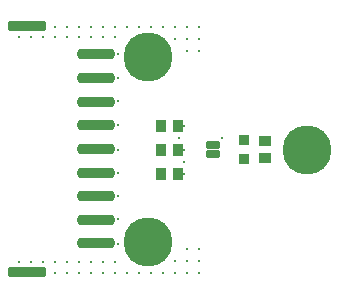
<source format=gbs>
G04 Layer_Color=16711935*
%FSLAX25Y25*%
%MOIN*%
G70*
G01*
G75*
%ADD26C,0.16348*%
%ADD27C,0.01200*%
G04:AMPARAMS|DCode=28|XSize=33.56mil|YSize=124.11mil|CornerRadius=4.38mil|HoleSize=0mil|Usage=FLASHONLY|Rotation=270.000|XOffset=0mil|YOffset=0mil|HoleType=Round|Shape=RoundedRectangle|*
%AMROUNDEDRECTD28*
21,1,0.03356,0.11535,0,0,270.0*
21,1,0.02480,0.12411,0,0,270.0*
1,1,0.00876,-0.05768,-0.01240*
1,1,0.00876,-0.05768,0.01240*
1,1,0.00876,0.05768,0.01240*
1,1,0.00876,0.05768,-0.01240*
%
%ADD28ROUNDEDRECTD28*%
G04:AMPARAMS|DCode=29|XSize=33.56mil|YSize=124.11mil|CornerRadius=9.89mil|HoleSize=0mil|Usage=FLASHONLY|Rotation=90.000|XOffset=0mil|YOffset=0mil|HoleType=Round|Shape=RoundedRectangle|*
%AMROUNDEDRECTD29*
21,1,0.03356,0.10433,0,0,90.0*
21,1,0.01378,0.12411,0,0,90.0*
1,1,0.01978,0.05216,0.00689*
1,1,0.01978,0.05216,-0.00689*
1,1,0.01978,-0.05216,-0.00689*
1,1,0.01978,-0.05216,0.00689*
%
%ADD29ROUNDEDRECTD29*%
G04:AMPARAMS|DCode=30|XSize=26mil|YSize=46mil|CornerRadius=5mil|HoleSize=0mil|Usage=FLASHONLY|Rotation=270.000|XOffset=0mil|YOffset=0mil|HoleType=Round|Shape=RoundedRectangle|*
%AMROUNDEDRECTD30*
21,1,0.02600,0.03600,0,0,270.0*
21,1,0.01600,0.04600,0,0,270.0*
1,1,0.01000,-0.01800,-0.00800*
1,1,0.01000,-0.01800,0.00800*
1,1,0.01000,0.01800,0.00800*
1,1,0.01000,0.01800,-0.00800*
%
%ADD30ROUNDEDRECTD30*%
%ADD31R,0.04143X0.03356*%
%ADD32R,0.03356X0.04143*%
%ADD33R,0.03750X0.03750*%
D26*
X408000Y255000D02*
D03*
X354750Y285744D02*
D03*
Y224256D02*
D03*
D27*
X367000Y251000D02*
D03*
X345000Y287000D02*
D03*
Y279000D02*
D03*
Y271200D02*
D03*
Y255000D02*
D03*
Y223500D02*
D03*
Y231700D02*
D03*
Y239500D02*
D03*
Y247200D02*
D03*
Y263200D02*
D03*
X365400Y258800D02*
D03*
X328000Y296000D02*
D03*
X332000D02*
D03*
X336000D02*
D03*
X340000D02*
D03*
X344000D02*
D03*
X348000D02*
D03*
X352000D02*
D03*
X356000D02*
D03*
X360000D02*
D03*
X364000D02*
D03*
X368000D02*
D03*
X324000D02*
D03*
Y214000D02*
D03*
X368000D02*
D03*
X364000D02*
D03*
X360000D02*
D03*
X356000D02*
D03*
X352000D02*
D03*
X348000D02*
D03*
X344000D02*
D03*
X340000D02*
D03*
X336000D02*
D03*
X332000D02*
D03*
X328000D02*
D03*
X312000Y292500D02*
D03*
X316000D02*
D03*
X320000D02*
D03*
X324000D02*
D03*
X344000D02*
D03*
X340000D02*
D03*
X336000D02*
D03*
X332000D02*
D03*
X328000D02*
D03*
X312000Y217500D02*
D03*
X316000D02*
D03*
X320000D02*
D03*
X324000D02*
D03*
X344000D02*
D03*
X340000D02*
D03*
X336000D02*
D03*
X332000D02*
D03*
X328000D02*
D03*
X367000Y255000D02*
D03*
Y263000D02*
D03*
Y247000D02*
D03*
X379500Y259000D02*
D03*
X368000Y218000D02*
D03*
X364000D02*
D03*
X372000D02*
D03*
Y214000D02*
D03*
Y222000D02*
D03*
X368000D02*
D03*
Y292000D02*
D03*
X364000D02*
D03*
X372000D02*
D03*
Y296000D02*
D03*
Y288000D02*
D03*
X368000D02*
D03*
D28*
X314600Y296200D02*
D03*
Y214200D02*
D03*
D29*
X337485Y263078D02*
D03*
Y270952D02*
D03*
Y278826D02*
D03*
Y286700D02*
D03*
X337516Y255204D02*
D03*
Y247330D02*
D03*
Y223708D02*
D03*
Y231582D02*
D03*
X337500Y239500D02*
D03*
D30*
X376500Y256500D02*
D03*
Y253500D02*
D03*
D31*
X394000Y252244D02*
D03*
Y257756D02*
D03*
D32*
X364756Y255000D02*
D03*
X359244D02*
D03*
X359244Y247000D02*
D03*
X364756D02*
D03*
X359244Y263000D02*
D03*
X364756D02*
D03*
D33*
X387000Y258150D02*
D03*
Y251850D02*
D03*
M02*

</source>
